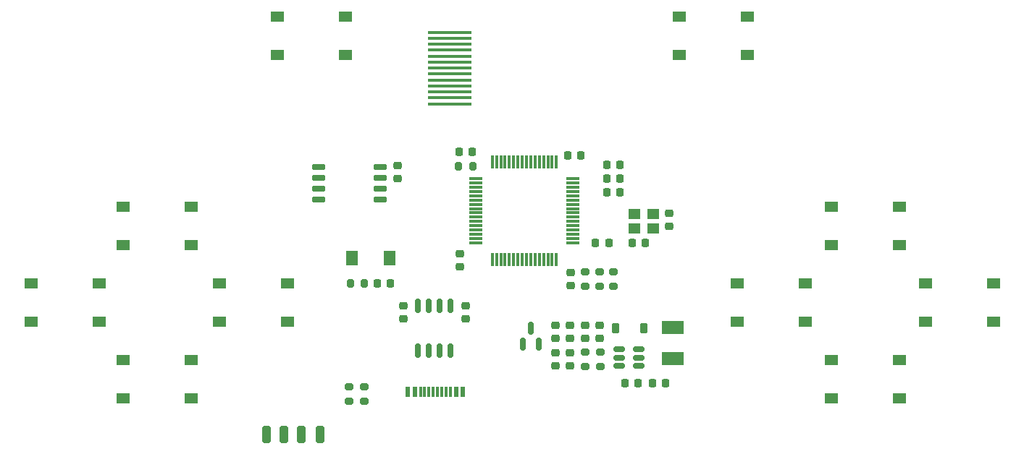
<source format=gbr>
%TF.GenerationSoftware,KiCad,Pcbnew,7.0.5*%
%TF.CreationDate,2023-11-02T21:43:45+08:00*%
%TF.ProjectId,___,65a7682e-6b69-4636-9164-5f7063625858,rev?*%
%TF.SameCoordinates,Original*%
%TF.FileFunction,Paste,Top*%
%TF.FilePolarity,Positive*%
%FSLAX46Y46*%
G04 Gerber Fmt 4.6, Leading zero omitted, Abs format (unit mm)*
G04 Created by KiCad (PCBNEW 7.0.5) date 2023-11-02 21:43:45*
%MOMM*%
%LPD*%
G01*
G04 APERTURE LIST*
G04 Aperture macros list*
%AMRoundRect*
0 Rectangle with rounded corners*
0 $1 Rounding radius*
0 $2 $3 $4 $5 $6 $7 $8 $9 X,Y pos of 4 corners*
0 Add a 4 corners polygon primitive as box body*
4,1,4,$2,$3,$4,$5,$6,$7,$8,$9,$2,$3,0*
0 Add four circle primitives for the rounded corners*
1,1,$1+$1,$2,$3*
1,1,$1+$1,$4,$5*
1,1,$1+$1,$6,$7*
1,1,$1+$1,$8,$9*
0 Add four rect primitives between the rounded corners*
20,1,$1+$1,$2,$3,$4,$5,0*
20,1,$1+$1,$4,$5,$6,$7,0*
20,1,$1+$1,$6,$7,$8,$9,0*
20,1,$1+$1,$8,$9,$2,$3,0*%
G04 Aperture macros list end*
%ADD10RoundRect,0.225000X-0.250000X0.225000X-0.250000X-0.225000X0.250000X-0.225000X0.250000X0.225000X0*%
%ADD11RoundRect,0.150000X-0.650000X-0.150000X0.650000X-0.150000X0.650000X0.150000X-0.650000X0.150000X0*%
%ADD12RoundRect,0.075000X0.700000X0.075000X-0.700000X0.075000X-0.700000X-0.075000X0.700000X-0.075000X0*%
%ADD13RoundRect,0.075000X0.075000X0.700000X-0.075000X0.700000X-0.075000X-0.700000X0.075000X-0.700000X0*%
%ADD14RoundRect,0.150000X-0.512500X-0.150000X0.512500X-0.150000X0.512500X0.150000X-0.512500X0.150000X0*%
%ADD15RoundRect,0.225000X0.225000X0.250000X-0.225000X0.250000X-0.225000X-0.250000X0.225000X-0.250000X0*%
%ADD16RoundRect,0.250000X0.250000X0.750000X-0.250000X0.750000X-0.250000X-0.750000X0.250000X-0.750000X0*%
%ADD17R,1.400000X1.200000*%
%ADD18R,1.550000X1.300000*%
%ADD19RoundRect,0.200000X0.275000X-0.200000X0.275000X0.200000X-0.275000X0.200000X-0.275000X-0.200000X0*%
%ADD20R,2.500000X1.500000*%
%ADD21R,0.600000X1.240000*%
%ADD22R,0.300000X1.240000*%
%ADD23RoundRect,0.200000X-0.275000X0.200000X-0.275000X-0.200000X0.275000X-0.200000X0.275000X0.200000X0*%
%ADD24RoundRect,0.225000X-0.225000X-0.375000X0.225000X-0.375000X0.225000X0.375000X-0.225000X0.375000X0*%
%ADD25RoundRect,0.150000X0.150000X-0.675000X0.150000X0.675000X-0.150000X0.675000X-0.150000X-0.675000X0*%
%ADD26RoundRect,0.225000X0.250000X-0.225000X0.250000X0.225000X-0.250000X0.225000X-0.250000X-0.225000X0*%
%ADD27RoundRect,0.225000X-0.225000X-0.250000X0.225000X-0.250000X0.225000X0.250000X-0.225000X0.250000X0*%
%ADD28R,1.350000X1.800000*%
%ADD29RoundRect,0.200000X0.200000X0.275000X-0.200000X0.275000X-0.200000X-0.275000X0.200000X-0.275000X0*%
%ADD30RoundRect,0.218750X0.218750X0.256250X-0.218750X0.256250X-0.218750X-0.256250X0.218750X-0.256250X0*%
%ADD31RoundRect,0.150000X0.150000X-0.587500X0.150000X0.587500X-0.150000X0.587500X-0.150000X-0.587500X0*%
%ADD32R,5.055000X0.350000*%
%ADD33RoundRect,0.200000X-0.200000X-0.275000X0.200000X-0.275000X0.200000X0.275000X-0.200000X0.275000X0*%
G04 APERTURE END LIST*
D10*
%TO.C,C4*%
X156800000Y-106725000D03*
X156800000Y-108275000D03*
%TD*%
D11*
%TO.C,U6*%
X127350000Y-94345000D03*
X127350000Y-95615000D03*
X127350000Y-96885000D03*
X127350000Y-98155000D03*
X134550000Y-98155000D03*
X134550000Y-96885000D03*
X134550000Y-95615000D03*
X134550000Y-94345000D03*
%TD*%
D12*
%TO.C,U3*%
X157075000Y-103250000D03*
X157075000Y-102750000D03*
X157075000Y-102250000D03*
X157075000Y-101750000D03*
X157075000Y-101250000D03*
X157075000Y-100750000D03*
X157075000Y-100250000D03*
X157075000Y-99750000D03*
X157075000Y-99250000D03*
X157075000Y-98750000D03*
X157075000Y-98250000D03*
X157075000Y-97750000D03*
X157075000Y-97250000D03*
X157075000Y-96750000D03*
X157075000Y-96250000D03*
X157075000Y-95750000D03*
D13*
X155150000Y-93825000D03*
X154650000Y-93825000D03*
X154150000Y-93825000D03*
X153650000Y-93825000D03*
X153150000Y-93825000D03*
X152650000Y-93825000D03*
X152150000Y-93825000D03*
X151650000Y-93825000D03*
X151150000Y-93825000D03*
X150650000Y-93825000D03*
X150150000Y-93825000D03*
X149650000Y-93825000D03*
X149150000Y-93825000D03*
X148650000Y-93825000D03*
X148150000Y-93825000D03*
X147650000Y-93825000D03*
D12*
X145725000Y-95750000D03*
X145725000Y-96250000D03*
X145725000Y-96750000D03*
X145725000Y-97250000D03*
X145725000Y-97750000D03*
X145725000Y-98250000D03*
X145725000Y-98750000D03*
X145725000Y-99250000D03*
X145725000Y-99750000D03*
X145725000Y-100250000D03*
X145725000Y-100750000D03*
X145725000Y-101250000D03*
X145725000Y-101750000D03*
X145725000Y-102250000D03*
X145725000Y-102750000D03*
X145725000Y-103250000D03*
D13*
X147650000Y-105175000D03*
X148150000Y-105175000D03*
X148650000Y-105175000D03*
X149150000Y-105175000D03*
X149650000Y-105175000D03*
X150150000Y-105175000D03*
X150650000Y-105175000D03*
X151150000Y-105175000D03*
X151650000Y-105175000D03*
X152150000Y-105175000D03*
X152650000Y-105175000D03*
X153150000Y-105175000D03*
X153650000Y-105175000D03*
X154150000Y-105175000D03*
X154650000Y-105175000D03*
X155150000Y-105175000D03*
%TD*%
D14*
%TO.C,U1*%
X162500000Y-115750000D03*
X162500000Y-116700000D03*
X162500000Y-117650000D03*
X164775000Y-117650000D03*
X164775000Y-116700000D03*
X164775000Y-115750000D03*
%TD*%
D15*
%TO.C,C1*%
X145325000Y-92600000D03*
X143775000Y-92600000D03*
%TD*%
D16*
%TO.C,J3*%
X127518334Y-125725000D03*
%TD*%
D17*
%TO.C,Y1*%
X166500000Y-99900000D03*
X164300000Y-99900000D03*
X164300000Y-101600000D03*
X166500000Y-101600000D03*
%TD*%
D18*
%TO.C,SW11*%
X169550000Y-76750000D03*
X177500000Y-76750000D03*
X169550000Y-81250000D03*
X177500000Y-81250000D03*
%TD*%
D19*
%TO.C,R4*%
X161775000Y-108325000D03*
X161775000Y-106675000D03*
%TD*%
D15*
%TO.C,C17*%
X165575000Y-103300000D03*
X164025000Y-103300000D03*
%TD*%
D20*
%TO.C,L1*%
X168737500Y-113150000D03*
X168737500Y-116850000D03*
%TD*%
D10*
%TO.C,C9*%
X155050000Y-112925000D03*
X155050000Y-114475000D03*
%TD*%
D21*
%TO.C,J7*%
X137800000Y-120675000D03*
X138600000Y-120675000D03*
D22*
X139250000Y-120675000D03*
X140250000Y-120675000D03*
X141750000Y-120675000D03*
X142750000Y-120675000D03*
D21*
X143400000Y-120675000D03*
X144200000Y-120675000D03*
X144200000Y-120675000D03*
X143400000Y-120675000D03*
D22*
X142250000Y-120675000D03*
X141250000Y-120675000D03*
X140750000Y-120675000D03*
X139750000Y-120675000D03*
D21*
X138600000Y-120675000D03*
X137800000Y-120675000D03*
%TD*%
D10*
%TO.C,C13*%
X160237500Y-112925000D03*
X160237500Y-114475000D03*
%TD*%
D23*
%TO.C,R6*%
X158500000Y-106675000D03*
X158500000Y-108325000D03*
%TD*%
D24*
%TO.C,D1*%
X162087500Y-113300000D03*
X165387500Y-113300000D03*
%TD*%
D18*
%TO.C,SW10*%
X198275000Y-108000000D03*
X206225000Y-108000000D03*
X198275000Y-112500000D03*
X206225000Y-112500000D03*
%TD*%
D25*
%TO.C,U7*%
X138962500Y-115875000D03*
X140232500Y-115875000D03*
X141502500Y-115875000D03*
X142772500Y-115875000D03*
X142772500Y-110625000D03*
X141502500Y-110625000D03*
X140232500Y-110625000D03*
X138962500Y-110625000D03*
%TD*%
D26*
%TO.C,C21*%
X137225000Y-112175000D03*
X137225000Y-110625000D03*
%TD*%
D27*
%TO.C,C10*%
X161025000Y-97300000D03*
X162575000Y-97300000D03*
%TD*%
D18*
%TO.C,SW3*%
X104525000Y-99000000D03*
X112475000Y-99000000D03*
X104525000Y-103500000D03*
X112475000Y-103500000D03*
%TD*%
D28*
%TO.C,RESET*%
X135650000Y-105050000D03*
X131250000Y-105050000D03*
%TD*%
D19*
%TO.C,R10*%
X130900000Y-121800000D03*
X130900000Y-120150000D03*
%TD*%
D15*
%TO.C,C6*%
X164712500Y-119700000D03*
X163162500Y-119700000D03*
%TD*%
D29*
%TO.C,R8*%
X145375000Y-94300000D03*
X143725000Y-94300000D03*
%TD*%
D30*
%TO.C,L2*%
X162587500Y-94100000D03*
X161012500Y-94100000D03*
%TD*%
D16*
%TO.C,J5*%
X123261667Y-125725000D03*
%TD*%
D19*
%TO.C,R9*%
X132700000Y-121775000D03*
X132700000Y-120125000D03*
%TD*%
D10*
%TO.C,C19*%
X136550000Y-94175000D03*
X136550000Y-95725000D03*
%TD*%
D18*
%TO.C,SW9*%
X184225000Y-112500000D03*
X176275000Y-112500000D03*
X184225000Y-108000000D03*
X176275000Y-108000000D03*
%TD*%
D10*
%TO.C,C8*%
X156750000Y-112925000D03*
X156750000Y-114475000D03*
%TD*%
D23*
%TO.C,R1*%
X160250000Y-116075000D03*
X160250000Y-117725000D03*
%TD*%
D18*
%TO.C,SW6*%
X104525000Y-117000000D03*
X112475000Y-117000000D03*
X104525000Y-121500000D03*
X112475000Y-121500000D03*
%TD*%
D27*
%TO.C,C12*%
X134225000Y-108050000D03*
X135775000Y-108050000D03*
%TD*%
D10*
%TO.C,C16*%
X156750000Y-116150000D03*
X156750000Y-117700000D03*
%TD*%
%TO.C,C22*%
X144550000Y-110625000D03*
X144550000Y-112175000D03*
%TD*%
D26*
%TO.C,C18*%
X168350000Y-101325000D03*
X168350000Y-99775000D03*
%TD*%
D31*
%TO.C,U4*%
X151200000Y-115137500D03*
X153100000Y-115137500D03*
X152150000Y-113262500D03*
%TD*%
D27*
%TO.C,C7*%
X166387500Y-119700000D03*
X167937500Y-119700000D03*
%TD*%
D18*
%TO.C,SW7*%
X187275000Y-99000000D03*
X195225000Y-99000000D03*
X187275000Y-103500000D03*
X195225000Y-103500000D03*
%TD*%
D27*
%TO.C,C5*%
X156450000Y-93000000D03*
X158000000Y-93000000D03*
%TD*%
D32*
%TO.C,U2*%
X142655000Y-86990000D03*
X142655000Y-86290000D03*
X142655000Y-85590000D03*
X142655000Y-84890000D03*
X142655000Y-84190000D03*
X142655000Y-83490000D03*
X142655000Y-82790000D03*
X142655000Y-82090000D03*
X142655000Y-81390000D03*
X142655000Y-80690000D03*
X142655000Y-79990000D03*
X142655000Y-79290000D03*
X142655000Y-78590000D03*
%TD*%
D27*
%TO.C,C3*%
X159725000Y-103300000D03*
X161275000Y-103300000D03*
%TD*%
D18*
%TO.C,SW4*%
X93725000Y-108000000D03*
X101675000Y-108000000D03*
X93725000Y-112500000D03*
X101675000Y-112500000D03*
%TD*%
%TO.C,SW5*%
X115725000Y-108000000D03*
X123675000Y-108000000D03*
X115725000Y-112500000D03*
X123675000Y-112500000D03*
%TD*%
D16*
%TO.C,J4*%
X125300000Y-125725000D03*
%TD*%
D10*
%TO.C,C15*%
X155050000Y-116150000D03*
X155050000Y-117700000D03*
%TD*%
%TO.C,C2*%
X143900000Y-104525000D03*
X143900000Y-106075000D03*
%TD*%
%TO.C,C14*%
X158537500Y-112900000D03*
X158537500Y-114450000D03*
%TD*%
D18*
%TO.C,SW12*%
X130475000Y-81250000D03*
X122525000Y-81250000D03*
X130475000Y-76750000D03*
X122525000Y-76750000D03*
%TD*%
D16*
%TO.C,J6*%
X121223334Y-125725000D03*
%TD*%
D33*
%TO.C,R5*%
X131050000Y-108050000D03*
X132700000Y-108050000D03*
%TD*%
D19*
%TO.C,R3*%
X158537500Y-117725000D03*
X158537500Y-116075000D03*
%TD*%
D27*
%TO.C,C11*%
X161025000Y-95700000D03*
X162575000Y-95700000D03*
%TD*%
D18*
%TO.C,SW8*%
X187275000Y-117000000D03*
X195225000Y-117000000D03*
X187275000Y-121500000D03*
X195225000Y-121500000D03*
%TD*%
D23*
%TO.C,R7*%
X160175000Y-106675000D03*
X160175000Y-108325000D03*
%TD*%
M02*

</source>
